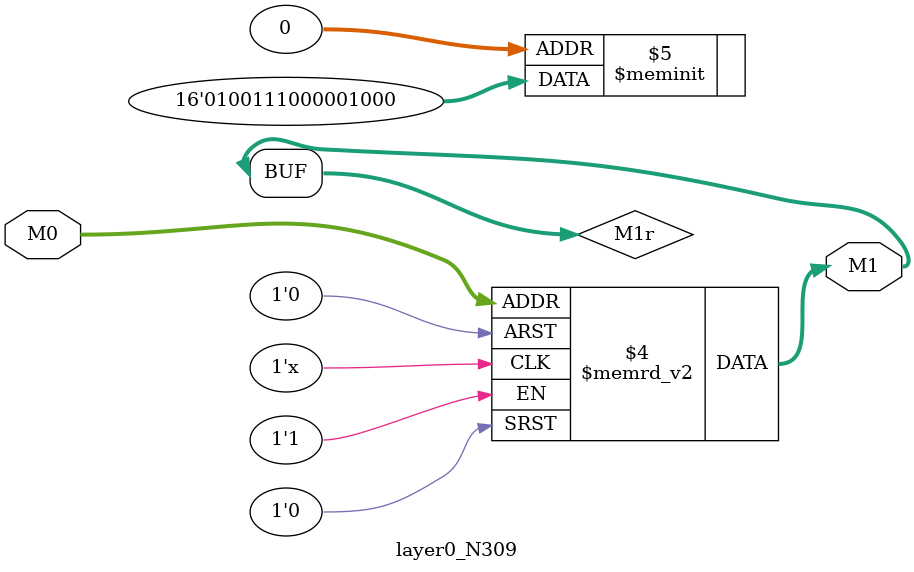
<source format=v>
module layer0_N309 ( input [2:0] M0, output [1:0] M1 );

	(*rom_style = "distributed" *) reg [1:0] M1r;
	assign M1 = M1r;
	always @ (M0) begin
		case (M0)
			3'b000: M1r = 2'b00;
			3'b100: M1r = 2'b10;
			3'b010: M1r = 2'b00;
			3'b110: M1r = 2'b00;
			3'b001: M1r = 2'b10;
			3'b101: M1r = 2'b11;
			3'b011: M1r = 2'b00;
			3'b111: M1r = 2'b01;

		endcase
	end
endmodule

</source>
